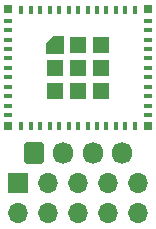
<source format=gbr>
%TF.GenerationSoftware,KiCad,Pcbnew,(6.0.2-0)*%
%TF.CreationDate,2022-03-04T13:45:09+00:00*%
%TF.ProjectId,Generic4,47656e65-7269-4633-942e-6b696361645f,1*%
%TF.SameCoordinates,Original*%
%TF.FileFunction,Soldermask,Top*%
%TF.FilePolarity,Negative*%
%FSLAX46Y46*%
G04 Gerber Fmt 4.6, Leading zero omitted, Abs format (unit mm)*
G04 Created by KiCad (PCBNEW (6.0.2-0)) date 2022-03-04 13:45:09*
%MOMM*%
%LPD*%
G01*
G04 APERTURE LIST*
G04 Aperture macros list*
%AMRoundRect*
0 Rectangle with rounded corners*
0 $1 Rounding radius*
0 $2 $3 $4 $5 $6 $7 $8 $9 X,Y pos of 4 corners*
0 Add a 4 corners polygon primitive as box body*
4,1,4,$2,$3,$4,$5,$6,$7,$8,$9,$2,$3,0*
0 Add four circle primitives for the rounded corners*
1,1,$1+$1,$2,$3*
1,1,$1+$1,$4,$5*
1,1,$1+$1,$6,$7*
1,1,$1+$1,$8,$9*
0 Add four rect primitives between the rounded corners*
20,1,$1+$1,$2,$3,$4,$5,0*
20,1,$1+$1,$4,$5,$6,$7,0*
20,1,$1+$1,$6,$7,$8,$9,0*
20,1,$1+$1,$8,$9,$2,$3,0*%
%AMOutline5P*
0 Free polygon, 5 corners , with rotation*
0 The origin of the aperture is its center*
0 number of corners: always 5*
0 $1 to $10 corner X, Y*
0 $11 Rotation angle, in degrees counterclockwise*
0 create outline with 5 corners*
4,1,5,$1,$2,$3,$4,$5,$6,$7,$8,$9,$10,$1,$2,$11*%
%AMOutline6P*
0 Free polygon, 6 corners , with rotation*
0 The origin of the aperture is its center*
0 number of corners: always 6*
0 $1 to $12 corner X, Y*
0 $13 Rotation angle, in degrees counterclockwise*
0 create outline with 6 corners*
4,1,6,$1,$2,$3,$4,$5,$6,$7,$8,$9,$10,$11,$12,$1,$2,$13*%
%AMOutline7P*
0 Free polygon, 7 corners , with rotation*
0 The origin of the aperture is its center*
0 number of corners: always 7*
0 $1 to $14 corner X, Y*
0 $15 Rotation angle, in degrees counterclockwise*
0 create outline with 7 corners*
4,1,7,$1,$2,$3,$4,$5,$6,$7,$8,$9,$10,$11,$12,$13,$14,$1,$2,$15*%
%AMOutline8P*
0 Free polygon, 8 corners , with rotation*
0 The origin of the aperture is its center*
0 number of corners: always 8*
0 $1 to $16 corner X, Y*
0 $17 Rotation angle, in degrees counterclockwise*
0 create outline with 8 corners*
4,1,8,$1,$2,$3,$4,$5,$6,$7,$8,$9,$10,$11,$12,$13,$14,$15,$16,$1,$2,$17*%
G04 Aperture macros list end*
%ADD10R,0.800000X0.400000*%
%ADD11R,0.400000X0.800000*%
%ADD12R,1.450000X1.450000*%
%ADD13Outline5P,-0.725000X0.130500X-0.130500X0.725000X0.725000X0.725000X0.725000X-0.725000X-0.725000X-0.725000X0.000000*%
%ADD14R,0.700000X0.700000*%
%ADD15RoundRect,0.250000X-0.600000X-0.675000X0.600000X-0.675000X0.600000X0.675000X-0.600000X0.675000X0*%
%ADD16O,1.700000X1.850000*%
%ADD17R,1.700000X1.700000*%
%ADD18O,1.700000X1.700000*%
G04 APERTURE END LIST*
D10*
%TO.C,U1*%
X94100000Y-40193250D03*
X94100000Y-40993250D03*
X94100000Y-41793250D03*
X94100000Y-42593250D03*
X94100000Y-43393250D03*
X94100000Y-44193250D03*
X94100000Y-44993250D03*
X94100000Y-45793250D03*
X94100000Y-46593250D03*
X94100000Y-47393250D03*
X94100000Y-48193250D03*
D11*
X95200000Y-49093250D03*
X96000000Y-49093250D03*
X96800000Y-49093250D03*
X97600000Y-49093250D03*
X98400000Y-49093250D03*
X99200000Y-49093250D03*
X100000000Y-49093250D03*
X100800000Y-49093250D03*
X101600000Y-49093250D03*
X102400000Y-49093250D03*
X103200000Y-49093250D03*
X104000000Y-49093250D03*
X104800000Y-49093250D03*
D10*
X105900000Y-48193250D03*
X105900000Y-47393250D03*
X105900000Y-46593250D03*
X105900000Y-45793250D03*
X105900000Y-44993250D03*
X105900000Y-44193250D03*
X105900000Y-43393250D03*
X105900000Y-42593250D03*
X105900000Y-41793250D03*
X105900000Y-40993250D03*
X105900000Y-40193250D03*
D11*
X104800000Y-39293250D03*
X104000000Y-39293250D03*
X103200000Y-39293250D03*
X102400000Y-39293250D03*
X101600000Y-39293250D03*
X100800000Y-39293250D03*
X100000000Y-39293250D03*
X99200000Y-39293250D03*
X98400000Y-39293250D03*
X97600000Y-39293250D03*
X96800000Y-39293250D03*
X96000000Y-39293250D03*
X95200000Y-39293250D03*
D12*
X100000000Y-44193250D03*
D13*
X98025000Y-42218250D03*
D12*
X100000000Y-46168250D03*
X98025000Y-44193250D03*
X101975000Y-42218250D03*
X98025000Y-46168250D03*
X101975000Y-44193250D03*
X100000000Y-42218250D03*
X101975000Y-46168250D03*
D14*
X105950000Y-39243250D03*
X105950000Y-49143250D03*
X94050000Y-49143250D03*
X94050000Y-39243250D03*
%TD*%
D15*
%TO.C,J2*%
X96250000Y-51440000D03*
D16*
X98750000Y-51440000D03*
X101250000Y-51440000D03*
X103750000Y-51440000D03*
%TD*%
D17*
%TO.C,J1*%
X94925000Y-53980000D03*
D18*
X94925000Y-56520000D03*
X97465000Y-53980000D03*
X97465000Y-56520000D03*
X100005000Y-53980000D03*
X100005000Y-56520000D03*
X102545000Y-53980000D03*
X102545000Y-56520000D03*
X105085000Y-53980000D03*
X105085000Y-56520000D03*
%TD*%
M02*

</source>
